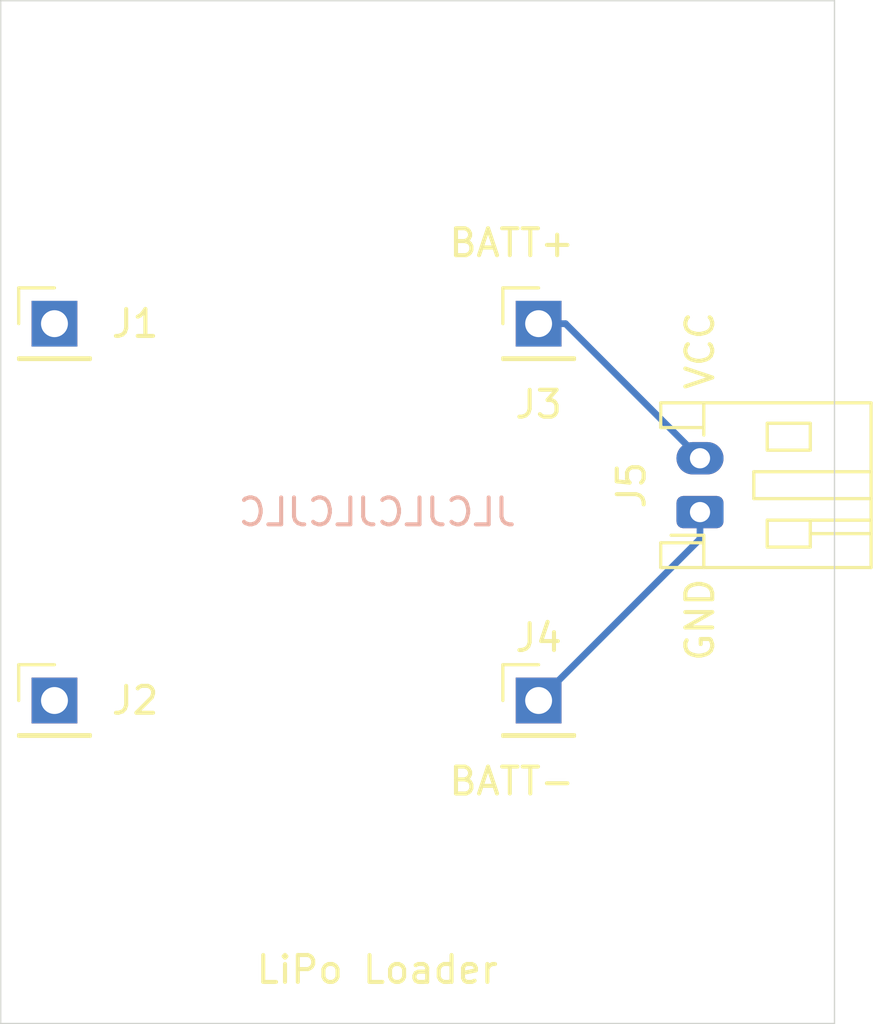
<source format=kicad_pcb>
(kicad_pcb (version 20171130) (host pcbnew 5.1.8+dfsg1-1+b1)

  (general
    (thickness 1.6)
    (drawings 10)
    (tracks 4)
    (zones 0)
    (modules 9)
    (nets 5)
  )

  (page A4)
  (layers
    (0 F.Cu signal)
    (31 B.Cu signal)
    (32 B.Adhes user)
    (33 F.Adhes user)
    (34 B.Paste user)
    (35 F.Paste user)
    (36 B.SilkS user)
    (37 F.SilkS user)
    (38 B.Mask user)
    (39 F.Mask user)
    (40 Dwgs.User user)
    (41 Cmts.User user)
    (42 Eco1.User user)
    (43 Eco2.User user)
    (44 Edge.Cuts user)
    (45 Margin user)
    (46 B.CrtYd user)
    (47 F.CrtYd user)
    (48 B.Fab user)
    (49 F.Fab user)
  )

  (setup
    (last_trace_width 0.25)
    (trace_clearance 0.2)
    (zone_clearance 0.508)
    (zone_45_only no)
    (trace_min 0.2)
    (via_size 0.8)
    (via_drill 0.4)
    (via_min_size 0.4)
    (via_min_drill 0.3)
    (uvia_size 0.3)
    (uvia_drill 0.1)
    (uvias_allowed no)
    (uvia_min_size 0.2)
    (uvia_min_drill 0.1)
    (edge_width 0.05)
    (segment_width 0.2)
    (pcb_text_width 0.3)
    (pcb_text_size 1.5 1.5)
    (mod_edge_width 0.12)
    (mod_text_size 1 1)
    (mod_text_width 0.15)
    (pad_size 1.524 1.524)
    (pad_drill 0.762)
    (pad_to_mask_clearance 0)
    (aux_axis_origin 0 0)
    (visible_elements FFFFFF7F)
    (pcbplotparams
      (layerselection 0x010fc_ffffffff)
      (usegerberextensions false)
      (usegerberattributes false)
      (usegerberadvancedattributes false)
      (creategerberjobfile false)
      (excludeedgelayer true)
      (linewidth 0.100000)
      (plotframeref false)
      (viasonmask false)
      (mode 1)
      (useauxorigin false)
      (hpglpennumber 1)
      (hpglpenspeed 20)
      (hpglpendiameter 15.000000)
      (psnegative false)
      (psa4output false)
      (plotreference true)
      (plotvalue false)
      (plotinvisibletext false)
      (padsonsilk true)
      (subtractmaskfromsilk false)
      (outputformat 1)
      (mirror false)
      (drillshape 0)
      (scaleselection 1)
      (outputdirectory "/tmp/lipo-loader"))
  )

  (net 0 "")
  (net 1 "Net-(J1-Pad1)")
  (net 2 "Net-(J2-Pad1)")
  (net 3 /VCC)
  (net 4 /GND)

  (net_class Default "This is the default net class."
    (clearance 0.2)
    (trace_width 0.25)
    (via_dia 0.8)
    (via_drill 0.4)
    (uvia_dia 0.3)
    (uvia_drill 0.1)
    (add_net /GND)
    (add_net /VCC)
    (add_net "Net-(J1-Pad1)")
    (add_net "Net-(J2-Pad1)")
  )

  (module Connector_JST:JST_PH_S2B-PH-K_1x02_P2.00mm_Horizontal (layer F.Cu) (tedit 5B7745C6) (tstamp 60061829)
    (at 149 97 90)
    (descr "JST PH series connector, S2B-PH-K (http://www.jst-mfg.com/product/pdf/eng/ePH.pdf), generated with kicad-footprint-generator")
    (tags "connector JST PH top entry")
    (path /6005EC80)
    (fp_text reference J5 (at 1 -2.55 90) (layer F.SilkS)
      (effects (font (size 1 1) (thickness 0.15)))
    )
    (fp_text value BATT (at 1 7.45 90) (layer F.Fab) hide
      (effects (font (size 1 1) (thickness 0.15)))
    )
    (fp_line (start 0.5 1.375) (end 0 0.875) (layer F.Fab) (width 0.1))
    (fp_line (start -0.5 1.375) (end 0.5 1.375) (layer F.Fab) (width 0.1))
    (fp_line (start 0 0.875) (end -0.5 1.375) (layer F.Fab) (width 0.1))
    (fp_line (start -0.86 0.14) (end -0.86 -1.075) (layer F.SilkS) (width 0.12))
    (fp_line (start 3.25 0.25) (end -1.25 0.25) (layer F.Fab) (width 0.1))
    (fp_line (start 3.25 -1.35) (end 3.25 0.25) (layer F.Fab) (width 0.1))
    (fp_line (start 3.95 -1.35) (end 3.25 -1.35) (layer F.Fab) (width 0.1))
    (fp_line (start 3.95 6.25) (end 3.95 -1.35) (layer F.Fab) (width 0.1))
    (fp_line (start -1.95 6.25) (end 3.95 6.25) (layer F.Fab) (width 0.1))
    (fp_line (start -1.95 -1.35) (end -1.95 6.25) (layer F.Fab) (width 0.1))
    (fp_line (start -1.25 -1.35) (end -1.95 -1.35) (layer F.Fab) (width 0.1))
    (fp_line (start -1.25 0.25) (end -1.25 -1.35) (layer F.Fab) (width 0.1))
    (fp_line (start 4.45 -1.85) (end -2.45 -1.85) (layer F.CrtYd) (width 0.05))
    (fp_line (start 4.45 6.75) (end 4.45 -1.85) (layer F.CrtYd) (width 0.05))
    (fp_line (start -2.45 6.75) (end 4.45 6.75) (layer F.CrtYd) (width 0.05))
    (fp_line (start -2.45 -1.85) (end -2.45 6.75) (layer F.CrtYd) (width 0.05))
    (fp_line (start -0.8 4.1) (end -0.8 6.36) (layer F.SilkS) (width 0.12))
    (fp_line (start -0.3 4.1) (end -0.3 6.36) (layer F.SilkS) (width 0.12))
    (fp_line (start 2.3 2.5) (end 3.3 2.5) (layer F.SilkS) (width 0.12))
    (fp_line (start 2.3 4.1) (end 2.3 2.5) (layer F.SilkS) (width 0.12))
    (fp_line (start 3.3 4.1) (end 2.3 4.1) (layer F.SilkS) (width 0.12))
    (fp_line (start 3.3 2.5) (end 3.3 4.1) (layer F.SilkS) (width 0.12))
    (fp_line (start -0.3 2.5) (end -1.3 2.5) (layer F.SilkS) (width 0.12))
    (fp_line (start -0.3 4.1) (end -0.3 2.5) (layer F.SilkS) (width 0.12))
    (fp_line (start -1.3 4.1) (end -0.3 4.1) (layer F.SilkS) (width 0.12))
    (fp_line (start -1.3 2.5) (end -1.3 4.1) (layer F.SilkS) (width 0.12))
    (fp_line (start 4.06 0.14) (end 3.14 0.14) (layer F.SilkS) (width 0.12))
    (fp_line (start -2.06 0.14) (end -1.14 0.14) (layer F.SilkS) (width 0.12))
    (fp_line (start 1.5 2) (end 1.5 6.36) (layer F.SilkS) (width 0.12))
    (fp_line (start 0.5 2) (end 1.5 2) (layer F.SilkS) (width 0.12))
    (fp_line (start 0.5 6.36) (end 0.5 2) (layer F.SilkS) (width 0.12))
    (fp_line (start 3.14 0.14) (end 2.86 0.14) (layer F.SilkS) (width 0.12))
    (fp_line (start 3.14 -1.46) (end 3.14 0.14) (layer F.SilkS) (width 0.12))
    (fp_line (start 4.06 -1.46) (end 3.14 -1.46) (layer F.SilkS) (width 0.12))
    (fp_line (start 4.06 6.36) (end 4.06 -1.46) (layer F.SilkS) (width 0.12))
    (fp_line (start -2.06 6.36) (end 4.06 6.36) (layer F.SilkS) (width 0.12))
    (fp_line (start -2.06 -1.46) (end -2.06 6.36) (layer F.SilkS) (width 0.12))
    (fp_line (start -1.14 -1.46) (end -2.06 -1.46) (layer F.SilkS) (width 0.12))
    (fp_line (start -1.14 0.14) (end -1.14 -1.46) (layer F.SilkS) (width 0.12))
    (fp_line (start -0.86 0.14) (end -1.14 0.14) (layer F.SilkS) (width 0.12))
    (fp_text user %R (at 1 2.5 90) (layer F.Fab)
      (effects (font (size 1 1) (thickness 0.15)))
    )
    (pad 2 thru_hole oval (at 2 0 90) (size 1.2 1.75) (drill 0.75) (layers *.Cu *.Mask)
      (net 3 /VCC))
    (pad 1 thru_hole roundrect (at 0 0 90) (size 1.2 1.75) (drill 0.75) (layers *.Cu *.Mask) (roundrect_rratio 0.2083325)
      (net 4 /GND))
    (model ${KISYS3DMOD}/Connector_JST.3dshapes/JST_PH_S2B-PH-K_1x02_P2.00mm_Horizontal.wrl
      (at (xyz 0 0 0))
      (scale (xyz 1 1 1))
      (rotate (xyz 0 0 0))
    )
  )

  (module Connector_PinHeader_2.54mm:PinHeader_1x01_P2.54mm_Vertical (layer F.Cu) (tedit 59FED5CC) (tstamp 600617FA)
    (at 143 104)
    (descr "Through hole straight pin header, 1x01, 2.54mm pitch, single row")
    (tags "Through hole pin header THT 1x01 2.54mm single row")
    (path /6005F5F4)
    (fp_text reference J4 (at 0 -2.33) (layer F.SilkS)
      (effects (font (size 1 1) (thickness 0.15)))
    )
    (fp_text value TP_BATT_GND (at 0 2.33) (layer F.Fab) hide
      (effects (font (size 1 1) (thickness 0.15)))
    )
    (fp_line (start 1.8 -1.8) (end -1.8 -1.8) (layer F.CrtYd) (width 0.05))
    (fp_line (start 1.8 1.8) (end 1.8 -1.8) (layer F.CrtYd) (width 0.05))
    (fp_line (start -1.8 1.8) (end 1.8 1.8) (layer F.CrtYd) (width 0.05))
    (fp_line (start -1.8 -1.8) (end -1.8 1.8) (layer F.CrtYd) (width 0.05))
    (fp_line (start -1.33 -1.33) (end 0 -1.33) (layer F.SilkS) (width 0.12))
    (fp_line (start -1.33 0) (end -1.33 -1.33) (layer F.SilkS) (width 0.12))
    (fp_line (start -1.33 1.27) (end 1.33 1.27) (layer F.SilkS) (width 0.12))
    (fp_line (start 1.33 1.27) (end 1.33 1.33) (layer F.SilkS) (width 0.12))
    (fp_line (start -1.33 1.27) (end -1.33 1.33) (layer F.SilkS) (width 0.12))
    (fp_line (start -1.33 1.33) (end 1.33 1.33) (layer F.SilkS) (width 0.12))
    (fp_line (start -1.27 -0.635) (end -0.635 -1.27) (layer F.Fab) (width 0.1))
    (fp_line (start -1.27 1.27) (end -1.27 -0.635) (layer F.Fab) (width 0.1))
    (fp_line (start 1.27 1.27) (end -1.27 1.27) (layer F.Fab) (width 0.1))
    (fp_line (start 1.27 -1.27) (end 1.27 1.27) (layer F.Fab) (width 0.1))
    (fp_line (start -0.635 -1.27) (end 1.27 -1.27) (layer F.Fab) (width 0.1))
    (fp_text user %R (at 0 0 90) (layer F.Fab)
      (effects (font (size 1 1) (thickness 0.15)))
    )
    (pad 1 thru_hole rect (at 0 0) (size 1.7 1.7) (drill 1) (layers *.Cu *.Mask)
      (net 4 /GND))
    (model ${KISYS3DMOD}/Connector_PinHeader_2.54mm.3dshapes/PinHeader_1x01_P2.54mm_Vertical.wrl
      (at (xyz 0 0 0))
      (scale (xyz 1 1 1))
      (rotate (xyz 0 0 0))
    )
  )

  (module Connector_PinHeader_2.54mm:PinHeader_1x01_P2.54mm_Vertical (layer F.Cu) (tedit 59FED5CC) (tstamp 600617E5)
    (at 143 90)
    (descr "Through hole straight pin header, 1x01, 2.54mm pitch, single row")
    (tags "Through hole pin header THT 1x01 2.54mm single row")
    (path /6005F41F)
    (fp_text reference J3 (at 0 3) (layer F.SilkS)
      (effects (font (size 1 1) (thickness 0.15)))
    )
    (fp_text value TP_BATT_VCC (at 0 2.33) (layer F.Fab) hide
      (effects (font (size 1 1) (thickness 0.15)))
    )
    (fp_line (start 1.8 -1.8) (end -1.8 -1.8) (layer F.CrtYd) (width 0.05))
    (fp_line (start 1.8 1.8) (end 1.8 -1.8) (layer F.CrtYd) (width 0.05))
    (fp_line (start -1.8 1.8) (end 1.8 1.8) (layer F.CrtYd) (width 0.05))
    (fp_line (start -1.8 -1.8) (end -1.8 1.8) (layer F.CrtYd) (width 0.05))
    (fp_line (start -1.33 -1.33) (end 0 -1.33) (layer F.SilkS) (width 0.12))
    (fp_line (start -1.33 0) (end -1.33 -1.33) (layer F.SilkS) (width 0.12))
    (fp_line (start -1.33 1.27) (end 1.33 1.27) (layer F.SilkS) (width 0.12))
    (fp_line (start 1.33 1.27) (end 1.33 1.33) (layer F.SilkS) (width 0.12))
    (fp_line (start -1.33 1.27) (end -1.33 1.33) (layer F.SilkS) (width 0.12))
    (fp_line (start -1.33 1.33) (end 1.33 1.33) (layer F.SilkS) (width 0.12))
    (fp_line (start -1.27 -0.635) (end -0.635 -1.27) (layer F.Fab) (width 0.1))
    (fp_line (start -1.27 1.27) (end -1.27 -0.635) (layer F.Fab) (width 0.1))
    (fp_line (start 1.27 1.27) (end -1.27 1.27) (layer F.Fab) (width 0.1))
    (fp_line (start 1.27 -1.27) (end 1.27 1.27) (layer F.Fab) (width 0.1))
    (fp_line (start -0.635 -1.27) (end 1.27 -1.27) (layer F.Fab) (width 0.1))
    (fp_text user %R (at 0 0 90) (layer F.Fab)
      (effects (font (size 1 1) (thickness 0.15)))
    )
    (pad 1 thru_hole rect (at 0 0) (size 1.7 1.7) (drill 1) (layers *.Cu *.Mask)
      (net 3 /VCC))
    (model ${KISYS3DMOD}/Connector_PinHeader_2.54mm.3dshapes/PinHeader_1x01_P2.54mm_Vertical.wrl
      (at (xyz 0 0 0))
      (scale (xyz 1 1 1))
      (rotate (xyz 0 0 0))
    )
  )

  (module Connector_PinHeader_2.54mm:PinHeader_1x01_P2.54mm_Vertical (layer F.Cu) (tedit 59FED5CC) (tstamp 600617D0)
    (at 125 104)
    (descr "Through hole straight pin header, 1x01, 2.54mm pitch, single row")
    (tags "Through hole pin header THT 1x01 2.54mm single row")
    (path /60060670)
    (fp_text reference J2 (at 3 0) (layer F.SilkS)
      (effects (font (size 1 1) (thickness 0.15)))
    )
    (fp_text value IN_GND (at 0 2.33) (layer F.Fab) hide
      (effects (font (size 1 1) (thickness 0.15)))
    )
    (fp_line (start 1.8 -1.8) (end -1.8 -1.8) (layer F.CrtYd) (width 0.05))
    (fp_line (start 1.8 1.8) (end 1.8 -1.8) (layer F.CrtYd) (width 0.05))
    (fp_line (start -1.8 1.8) (end 1.8 1.8) (layer F.CrtYd) (width 0.05))
    (fp_line (start -1.8 -1.8) (end -1.8 1.8) (layer F.CrtYd) (width 0.05))
    (fp_line (start -1.33 -1.33) (end 0 -1.33) (layer F.SilkS) (width 0.12))
    (fp_line (start -1.33 0) (end -1.33 -1.33) (layer F.SilkS) (width 0.12))
    (fp_line (start -1.33 1.27) (end 1.33 1.27) (layer F.SilkS) (width 0.12))
    (fp_line (start 1.33 1.27) (end 1.33 1.33) (layer F.SilkS) (width 0.12))
    (fp_line (start -1.33 1.27) (end -1.33 1.33) (layer F.SilkS) (width 0.12))
    (fp_line (start -1.33 1.33) (end 1.33 1.33) (layer F.SilkS) (width 0.12))
    (fp_line (start -1.27 -0.635) (end -0.635 -1.27) (layer F.Fab) (width 0.1))
    (fp_line (start -1.27 1.27) (end -1.27 -0.635) (layer F.Fab) (width 0.1))
    (fp_line (start 1.27 1.27) (end -1.27 1.27) (layer F.Fab) (width 0.1))
    (fp_line (start 1.27 -1.27) (end 1.27 1.27) (layer F.Fab) (width 0.1))
    (fp_line (start -0.635 -1.27) (end 1.27 -1.27) (layer F.Fab) (width 0.1))
    (fp_text user %R (at 0 0 90) (layer F.Fab)
      (effects (font (size 1 1) (thickness 0.15)))
    )
    (pad 1 thru_hole rect (at 0 0) (size 1.7 1.7) (drill 1) (layers *.Cu *.Mask)
      (net 2 "Net-(J2-Pad1)"))
    (model ${KISYS3DMOD}/Connector_PinHeader_2.54mm.3dshapes/PinHeader_1x01_P2.54mm_Vertical.wrl
      (at (xyz 0 0 0))
      (scale (xyz 1 1 1))
      (rotate (xyz 0 0 0))
    )
  )

  (module Connector_PinHeader_2.54mm:PinHeader_1x01_P2.54mm_Vertical (layer F.Cu) (tedit 59FED5CC) (tstamp 600617BB)
    (at 125 90)
    (descr "Through hole straight pin header, 1x01, 2.54mm pitch, single row")
    (tags "Through hole pin header THT 1x01 2.54mm single row")
    (path /6006059B)
    (fp_text reference J1 (at 3 0) (layer F.SilkS)
      (effects (font (size 1 1) (thickness 0.15)))
    )
    (fp_text value IN_VCC (at 0 2.33) (layer F.Fab) hide
      (effects (font (size 1 1) (thickness 0.15)))
    )
    (fp_line (start 1.8 -1.8) (end -1.8 -1.8) (layer F.CrtYd) (width 0.05))
    (fp_line (start 1.8 1.8) (end 1.8 -1.8) (layer F.CrtYd) (width 0.05))
    (fp_line (start -1.8 1.8) (end 1.8 1.8) (layer F.CrtYd) (width 0.05))
    (fp_line (start -1.8 -1.8) (end -1.8 1.8) (layer F.CrtYd) (width 0.05))
    (fp_line (start -1.33 -1.33) (end 0 -1.33) (layer F.SilkS) (width 0.12))
    (fp_line (start -1.33 0) (end -1.33 -1.33) (layer F.SilkS) (width 0.12))
    (fp_line (start -1.33 1.27) (end 1.33 1.27) (layer F.SilkS) (width 0.12))
    (fp_line (start 1.33 1.27) (end 1.33 1.33) (layer F.SilkS) (width 0.12))
    (fp_line (start -1.33 1.27) (end -1.33 1.33) (layer F.SilkS) (width 0.12))
    (fp_line (start -1.33 1.33) (end 1.33 1.33) (layer F.SilkS) (width 0.12))
    (fp_line (start -1.27 -0.635) (end -0.635 -1.27) (layer F.Fab) (width 0.1))
    (fp_line (start -1.27 1.27) (end -1.27 -0.635) (layer F.Fab) (width 0.1))
    (fp_line (start 1.27 1.27) (end -1.27 1.27) (layer F.Fab) (width 0.1))
    (fp_line (start 1.27 -1.27) (end 1.27 1.27) (layer F.Fab) (width 0.1))
    (fp_line (start -0.635 -1.27) (end 1.27 -1.27) (layer F.Fab) (width 0.1))
    (fp_text user %R (at 0 0 90) (layer F.Fab)
      (effects (font (size 1 1) (thickness 0.15)))
    )
    (pad 1 thru_hole rect (at 0 0) (size 1.7 1.7) (drill 1) (layers *.Cu *.Mask)
      (net 1 "Net-(J1-Pad1)"))
    (model ${KISYS3DMOD}/Connector_PinHeader_2.54mm.3dshapes/PinHeader_1x01_P2.54mm_Vertical.wrl
      (at (xyz 0 0 0))
      (scale (xyz 1 1 1))
      (rotate (xyz 0 0 0))
    )
  )

  (module MountingHole:MountingHole_3.2mm_M3 (layer F.Cu) (tedit 56D1B4CB) (tstamp 600621BA)
    (at 146 111)
    (descr "Mounting Hole 3.2mm, no annular, M3")
    (tags "mounting hole 3.2mm no annular m3")
    (path /600602D0)
    (attr virtual)
    (fp_text reference H4 (at 0 -4.2) (layer F.SilkS) hide
      (effects (font (size 1 1) (thickness 0.15)))
    )
    (fp_text value M (at 0 4.2) (layer F.Fab) hide
      (effects (font (size 1 1) (thickness 0.15)))
    )
    (fp_circle (center 0 0) (end 3.45 0) (layer F.CrtYd) (width 0.05))
    (fp_circle (center 0 0) (end 3.2 0) (layer Cmts.User) (width 0.15))
    (fp_text user %R (at 0.3 0) (layer F.Fab)
      (effects (font (size 1 1) (thickness 0.15)))
    )
    (pad 1 np_thru_hole circle (at 0 0) (size 3.2 3.2) (drill 3.2) (layers *.Cu *.Mask))
  )

  (module MountingHole:MountingHole_3.2mm_M3 (layer F.Cu) (tedit 56D1B4CB) (tstamp 6006179E)
    (at 146 83)
    (descr "Mounting Hole 3.2mm, no annular, M3")
    (tags "mounting hole 3.2mm no annular m3")
    (path /60060168)
    (attr virtual)
    (fp_text reference H3 (at 0 -4.2) (layer F.SilkS) hide
      (effects (font (size 1 1) (thickness 0.15)))
    )
    (fp_text value M (at 0 4.2) (layer F.Fab) hide
      (effects (font (size 1 1) (thickness 0.15)))
    )
    (fp_circle (center 0 0) (end 3.45 0) (layer F.CrtYd) (width 0.05))
    (fp_circle (center 0 0) (end 3.2 0) (layer Cmts.User) (width 0.15))
    (fp_text user %R (at 0.3 0) (layer F.Fab)
      (effects (font (size 1 1) (thickness 0.15)))
    )
    (pad 1 np_thru_hole circle (at 0 0) (size 3.2 3.2) (drill 3.2) (layers *.Cu *.Mask))
  )

  (module MountingHole:MountingHole_3.2mm_M3 (layer F.Cu) (tedit 56D1B4CB) (tstamp 60061796)
    (at 128 83)
    (descr "Mounting Hole 3.2mm, no annular, M3")
    (tags "mounting hole 3.2mm no annular m3")
    (path /6005FEDD)
    (attr virtual)
    (fp_text reference H2 (at 0 -4.2) (layer F.SilkS) hide
      (effects (font (size 1 1) (thickness 0.15)))
    )
    (fp_text value M (at 0 4.2) (layer F.Fab) hide
      (effects (font (size 1 1) (thickness 0.15)))
    )
    (fp_circle (center 0 0) (end 3.45 0) (layer F.CrtYd) (width 0.05))
    (fp_circle (center 0 0) (end 3.2 0) (layer Cmts.User) (width 0.15))
    (fp_text user %R (at 0.3 0) (layer F.Fab)
      (effects (font (size 1 1) (thickness 0.15)))
    )
    (pad 1 np_thru_hole circle (at 0 0) (size 3.2 3.2) (drill 3.2) (layers *.Cu *.Mask))
  )

  (module MountingHole:MountingHole_3.2mm_M3 (layer F.Cu) (tedit 56D1B4CB) (tstamp 6006178E)
    (at 128 111)
    (descr "Mounting Hole 3.2mm, no annular, M3")
    (tags "mounting hole 3.2mm no annular m3")
    (path /6005FD43)
    (attr virtual)
    (fp_text reference H1 (at 0 -4.2) (layer F.SilkS) hide
      (effects (font (size 1 1) (thickness 0.15)))
    )
    (fp_text value M (at 0 4.2) (layer F.Fab) hide
      (effects (font (size 1 1) (thickness 0.15)))
    )
    (fp_circle (center 0 0) (end 3.45 0) (layer F.CrtYd) (width 0.05))
    (fp_circle (center 0 0) (end 3.2 0) (layer Cmts.User) (width 0.15))
    (fp_text user %R (at 0.3 0) (layer F.Fab)
      (effects (font (size 1 1) (thickness 0.15)))
    )
    (pad 1 np_thru_hole circle (at 0 0) (size 3.2 3.2) (drill 3.2) (layers *.Cu *.Mask))
  )

  (gr_line (start 123 78) (end 154 78) (layer Edge.Cuts) (width 0.05) (tstamp 600EF11F))
  (gr_line (start 123 116) (end 123 78) (layer Edge.Cuts) (width 0.05))
  (gr_line (start 154 116) (end 123 116) (layer Edge.Cuts) (width 0.05))
  (gr_line (start 154 78) (end 154 116) (layer Edge.Cuts) (width 0.05))
  (gr_text JLCJLCJLCJLC (at 137 97) (layer B.SilkS)
    (effects (font (size 1 1) (thickness 0.15)) (justify mirror))
  )
  (gr_text "LiPo Loader" (at 137 114) (layer F.SilkS)
    (effects (font (size 1 1) (thickness 0.15)))
  )
  (gr_text BATT+ (at 142 87) (layer F.SilkS) (tstamp 600622F0)
    (effects (font (size 1 1) (thickness 0.15)))
  )
  (gr_text BATT- (at 142 107) (layer F.SilkS)
    (effects (font (size 1 1) (thickness 0.15)))
  )
  (gr_text GND (at 149 101 90) (layer F.SilkS)
    (effects (font (size 1 1) (thickness 0.15)))
  )
  (gr_text VCC (at 149 91 90) (layer F.SilkS)
    (effects (font (size 1 1) (thickness 0.15)))
  )

  (segment (start 144 90) (end 149 95) (width 0.25) (layer B.Cu) (net 3))
  (segment (start 143 90) (end 144 90) (width 0.25) (layer B.Cu) (net 3))
  (segment (start 149 98) (end 143 104) (width 0.25) (layer B.Cu) (net 4))
  (segment (start 149 97) (end 149 98) (width 0.25) (layer B.Cu) (net 4))

)

</source>
